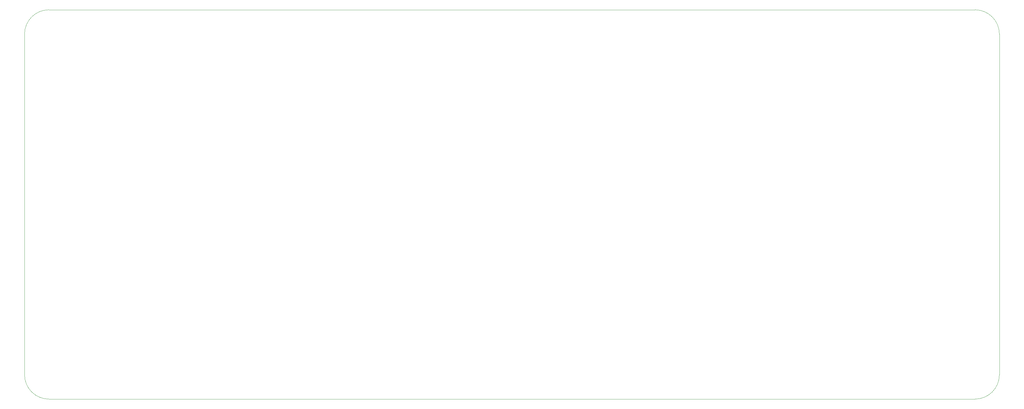
<source format=gm1>
G04 #@! TF.GenerationSoftware,KiCad,Pcbnew,(6.0.0)*
G04 #@! TF.CreationDate,2022-01-24T21:15:19+01:00*
G04 #@! TF.ProjectId,block-sch,626c6f63-6b2d-4736-9368-2e6b69636164,rev?*
G04 #@! TF.SameCoordinates,Original*
G04 #@! TF.FileFunction,Profile,NP*
%FSLAX46Y46*%
G04 Gerber Fmt 4.6, Leading zero omitted, Abs format (unit mm)*
G04 Created by KiCad (PCBNEW (6.0.0)) date 2022-01-24 21:15:19*
%MOMM*%
%LPD*%
G01*
G04 APERTURE LIST*
G04 #@! TA.AperFunction,Profile*
%ADD10C,0.100000*%
G04 #@! TD*
G04 APERTURE END LIST*
D10*
X67500000Y-210000000D02*
X352500000Y-210000000D01*
X67500000Y-90000000D02*
G75*
G03*
X60000000Y-97500000I0J-7500000D01*
G01*
X60000000Y-97500000D02*
X60000000Y-202500000D01*
X352500000Y-210000000D02*
G75*
G03*
X360000000Y-202500000I0J7500000D01*
G01*
X360000000Y-202500000D02*
X360000000Y-97500000D01*
X360000000Y-97500000D02*
G75*
G03*
X352500000Y-90000000I-7500000J0D01*
G01*
X352500000Y-90000000D02*
X67500000Y-90000000D01*
X60000000Y-202500000D02*
G75*
G03*
X67500000Y-210000000I7500000J0D01*
G01*
M02*

</source>
